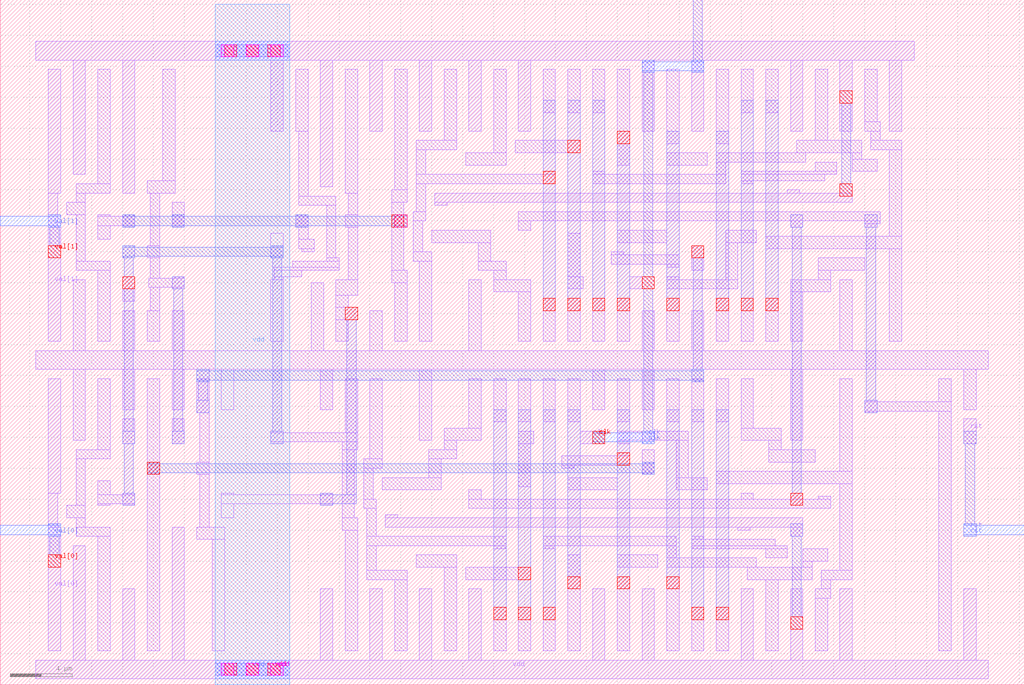
<source format=lef>
VERSION 5.7 ;
  NOWIREEXTENSIONATPIN ON ;
  DIVIDERCHAR "/" ;
  BUSBITCHARS "[]" ;
MACRO counter
  CLASS BLOCK ;
  FOREIGN counter ;
  ORIGIN 1.900 0.000 ;
  SIZE 66.200 BY 44.300 ;
  PIN vdd
    USE POWER ;
    PORT
      LAYER metal1 ;
        RECT 0.400 40.400 57.200 41.600 ;
        RECT 2.800 33.000 3.600 40.400 ;
        RECT 6.000 31.800 6.800 40.400 ;
        RECT 15.600 35.800 16.400 40.400 ;
        RECT 18.800 32.200 19.600 40.400 ;
        RECT 22.000 35.800 22.800 40.400 ;
        RECT 25.200 35.800 26.000 40.400 ;
        RECT 28.400 35.800 29.200 40.400 ;
        RECT 31.600 35.800 32.400 40.400 ;
        RECT 39.600 35.800 40.400 40.400 ;
        RECT 42.800 35.800 43.600 40.400 ;
        RECT 49.200 35.800 50.000 40.400 ;
        RECT 52.400 35.800 53.200 40.400 ;
        RECT 55.600 35.800 56.400 40.400 ;
        RECT 49.000 31.800 49.800 32.000 ;
        RECT 52.400 31.800 53.200 32.400 ;
        RECT 26.200 31.200 53.200 31.800 ;
        RECT 26.200 31.000 27.000 31.200 ;
        RECT 23.000 10.800 23.800 11.000 ;
        RECT 23.000 10.200 50.000 10.800 ;
        RECT 2.800 1.600 3.600 9.000 ;
        RECT 6.000 1.600 6.800 6.200 ;
        RECT 9.200 1.600 10.000 10.200 ;
        RECT 45.800 10.000 46.600 10.200 ;
        RECT 49.200 9.600 50.000 10.200 ;
        RECT 18.800 1.600 19.600 6.200 ;
        RECT 22.000 1.600 22.800 6.200 ;
        RECT 25.200 1.600 26.000 6.200 ;
        RECT 28.400 1.600 29.200 6.200 ;
        RECT 36.400 1.600 37.200 6.200 ;
        RECT 39.600 1.600 40.400 6.200 ;
        RECT 46.000 1.600 46.800 6.200 ;
        RECT 49.200 1.600 50.000 6.200 ;
        RECT 52.400 1.600 53.200 6.200 ;
        RECT 60.400 1.600 61.200 6.200 ;
        RECT 0.400 0.400 62.000 1.600 ;
      LAYER via1 ;
        RECT 12.600 40.600 13.400 41.400 ;
        RECT 14.000 40.600 14.800 41.400 ;
        RECT 15.400 40.600 16.200 41.400 ;
        RECT 52.400 37.600 53.200 38.400 ;
        RECT 52.400 31.600 53.200 32.400 ;
        RECT 49.200 3.600 50.000 4.400 ;
        RECT 12.600 0.600 13.400 1.400 ;
        RECT 14.000 0.600 14.800 1.400 ;
        RECT 15.400 0.600 16.200 1.400 ;
      LAYER metal2 ;
        RECT 12.000 40.600 16.800 41.400 ;
        RECT 52.400 37.600 53.200 38.400 ;
        RECT 52.500 32.400 53.100 37.600 ;
        RECT 52.400 31.600 53.200 32.400 ;
        RECT 49.200 9.600 50.000 10.400 ;
        RECT 49.300 4.400 49.900 9.600 ;
        RECT 49.200 3.600 50.000 4.400 ;
        RECT 12.000 0.600 16.800 1.400 ;
      LAYER via2 ;
        RECT 12.600 40.600 13.400 41.400 ;
        RECT 14.000 40.600 14.800 41.400 ;
        RECT 15.400 40.600 16.200 41.400 ;
        RECT 12.600 0.600 13.400 1.400 ;
        RECT 14.000 0.600 14.800 1.400 ;
        RECT 15.400 0.600 16.200 1.400 ;
      LAYER metal3 ;
        RECT 12.000 40.400 16.800 41.600 ;
        RECT 12.000 0.400 16.800 1.600 ;
      LAYER via3 ;
        RECT 12.400 40.600 13.200 41.400 ;
        RECT 14.000 40.600 14.800 41.400 ;
        RECT 15.600 40.600 16.400 41.400 ;
        RECT 12.400 0.600 13.200 1.400 ;
        RECT 14.000 0.600 14.800 1.400 ;
        RECT 15.600 0.600 16.400 1.400 ;
      LAYER metal4 ;
        RECT 12.000 0.000 16.800 44.000 ;
    END
  END vdd
  PIN clk
    PORT
      LAYER metal1 ;
        RECT 38.800 25.600 40.400 26.400 ;
        RECT 35.600 15.600 37.200 16.400 ;
      LAYER via1 ;
        RECT 39.600 25.600 40.400 26.400 ;
        RECT 36.400 15.600 37.200 16.400 ;
      LAYER metal2 ;
        RECT 42.900 40.400 43.500 44.300 ;
        RECT 39.600 39.600 40.400 40.400 ;
        RECT 42.800 39.600 43.600 40.400 ;
        RECT 39.700 26.400 40.300 39.600 ;
        RECT 39.600 25.600 40.400 26.400 ;
        RECT 39.700 16.400 40.300 25.600 ;
        RECT 36.400 15.600 37.200 16.400 ;
        RECT 39.600 15.600 40.400 16.400 ;
      LAYER metal3 ;
        RECT 39.600 40.300 40.400 40.400 ;
        RECT 42.800 40.300 43.600 40.400 ;
        RECT 39.600 39.700 43.600 40.300 ;
        RECT 39.600 39.600 40.400 39.700 ;
        RECT 42.800 39.600 43.600 39.700 ;
        RECT 36.400 16.300 37.200 16.400 ;
        RECT 39.600 16.300 40.400 16.400 ;
        RECT 36.400 15.700 40.400 16.300 ;
        RECT 36.400 15.600 37.200 15.700 ;
        RECT 39.600 15.600 40.400 15.700 ;
    END
  END clk
  PIN rst
    PORT
      LAYER metal1 ;
        RECT 60.400 15.600 61.200 17.200 ;
      LAYER metal2 ;
        RECT 60.400 15.600 61.200 16.400 ;
        RECT 60.500 10.400 61.100 15.600 ;
        RECT 60.400 9.600 61.200 10.400 ;
      LAYER metal3 ;
        RECT 60.400 10.300 61.200 10.400 ;
        RECT 60.400 9.700 64.300 10.300 ;
        RECT 60.400 9.600 61.200 9.700 ;
    END
  END rst
  PIN val[0]
    PORT
      LAYER metal1 ;
        RECT 1.200 12.400 2.000 19.800 ;
        RECT 1.200 10.200 1.800 12.400 ;
        RECT 1.200 2.200 2.000 10.200 ;
      LAYER via1 ;
        RECT 1.200 7.600 2.000 8.400 ;
      LAYER metal2 ;
        RECT 1.200 9.600 2.000 10.400 ;
        RECT 1.300 8.400 1.900 9.600 ;
        RECT 1.200 7.600 2.000 8.400 ;
      LAYER metal3 ;
        RECT 1.200 10.300 2.000 10.400 ;
        RECT -1.900 9.700 2.000 10.300 ;
        RECT 1.200 9.600 2.000 9.700 ;
    END
  END val[0]
  PIN val[1]
    PORT
      LAYER metal1 ;
        RECT 1.200 31.800 2.000 39.800 ;
        RECT 1.200 29.600 1.800 31.800 ;
        RECT 1.200 22.200 2.000 29.600 ;
      LAYER via1 ;
        RECT 1.200 27.600 2.000 28.400 ;
      LAYER metal2 ;
        RECT 1.200 29.600 2.000 30.400 ;
        RECT 1.300 28.400 1.900 29.600 ;
        RECT 1.200 27.600 2.000 28.400 ;
      LAYER metal3 ;
        RECT 1.200 30.300 2.000 30.400 ;
        RECT -1.900 29.700 2.000 30.300 ;
        RECT 1.200 29.600 2.000 29.700 ;
    END
  END val[1]
  OBS
      LAYER metal1 ;
        RECT 4.400 32.400 5.200 39.800 ;
        RECT 8.600 32.600 9.400 39.800 ;
        RECT 17.200 35.800 18.000 39.800 ;
        RECT 3.000 31.800 5.200 32.400 ;
        RECT 7.600 31.800 9.400 32.600 ;
        RECT 3.000 31.200 3.600 31.800 ;
        RECT 2.400 30.400 3.600 31.200 ;
        RECT 3.000 27.400 3.600 30.400 ;
        RECT 4.400 30.300 5.200 30.400 ;
        RECT 6.000 30.300 6.800 30.400 ;
        RECT 4.400 29.700 6.800 30.300 ;
        RECT 4.400 28.800 5.200 29.700 ;
        RECT 6.000 29.600 6.800 29.700 ;
        RECT 7.800 28.400 8.400 31.800 ;
        RECT 17.400 31.600 18.000 35.800 ;
        RECT 20.400 31.800 21.200 39.800 ;
        RECT 23.600 32.000 24.400 39.800 ;
        RECT 26.800 35.200 27.600 39.800 ;
        RECT 9.200 29.600 10.000 31.200 ;
        RECT 17.400 31.000 19.800 31.600 ;
        RECT 17.200 29.600 18.000 30.400 ;
        RECT 7.600 27.600 8.400 28.400 ;
        RECT 15.600 27.600 16.400 29.200 ;
        RECT 17.400 28.800 18.000 29.600 ;
        RECT 17.400 28.200 18.400 28.800 ;
        RECT 17.600 28.000 18.400 28.200 ;
        RECT 19.200 27.600 19.800 31.000 ;
        RECT 20.600 30.400 21.200 31.800 ;
        RECT 20.400 29.600 21.200 30.400 ;
        RECT 3.000 26.800 5.200 27.400 ;
        RECT 2.800 21.600 3.600 26.200 ;
        RECT 4.400 22.200 5.200 26.800 ;
        RECT 6.000 24.800 6.800 26.400 ;
        RECT 7.800 26.300 8.400 27.600 ;
        RECT 19.200 27.400 20.000 27.600 ;
        RECT 17.000 27.000 20.000 27.400 ;
        RECT 15.800 26.800 20.000 27.000 ;
        RECT 15.800 26.400 17.600 26.800 ;
        RECT 9.200 26.300 10.000 26.400 ;
        RECT 7.700 25.700 10.000 26.300 ;
        RECT 15.800 26.200 16.400 26.400 ;
        RECT 20.600 26.200 21.200 29.600 ;
        RECT 7.800 24.200 8.400 25.700 ;
        RECT 9.200 25.600 10.000 25.700 ;
        RECT 6.000 21.600 6.800 24.200 ;
        RECT 7.600 22.200 8.400 24.200 ;
        RECT 9.200 21.600 10.000 24.200 ;
        RECT 15.600 22.200 16.400 26.200 ;
        RECT 18.200 21.600 19.000 26.000 ;
        RECT 19.800 25.200 21.200 26.200 ;
        RECT 23.400 31.200 24.400 32.000 ;
        RECT 25.000 34.600 27.600 35.200 ;
        RECT 25.000 33.000 25.600 34.600 ;
        RECT 30.000 34.400 30.800 39.800 ;
        RECT 33.200 37.000 34.000 39.800 ;
        RECT 34.800 37.000 35.600 39.800 ;
        RECT 36.400 37.000 37.200 39.800 ;
        RECT 31.400 34.400 35.600 35.200 ;
        RECT 28.200 33.600 30.800 34.400 ;
        RECT 38.000 33.600 38.800 39.800 ;
        RECT 41.200 35.000 42.000 39.800 ;
        RECT 44.400 35.000 45.200 39.800 ;
        RECT 46.000 37.000 46.800 39.800 ;
        RECT 47.600 37.000 48.400 39.800 ;
        RECT 50.800 35.200 51.600 39.800 ;
        RECT 54.000 36.400 54.800 39.800 ;
        RECT 54.000 35.800 55.000 36.400 ;
        RECT 54.400 35.200 55.000 35.800 ;
        RECT 49.600 34.400 53.800 35.200 ;
        RECT 54.400 34.600 56.400 35.200 ;
        RECT 41.200 33.600 43.800 34.400 ;
        RECT 44.400 33.800 50.200 34.400 ;
        RECT 53.200 34.000 53.800 34.400 ;
        RECT 33.200 33.000 34.000 33.200 ;
        RECT 25.000 32.400 34.000 33.000 ;
        RECT 36.400 33.000 37.200 33.200 ;
        RECT 44.400 33.000 45.000 33.800 ;
        RECT 50.800 33.200 52.200 33.800 ;
        RECT 53.200 33.200 54.800 34.000 ;
        RECT 36.400 32.400 45.000 33.000 ;
        RECT 46.000 33.000 52.200 33.200 ;
        RECT 46.000 32.600 51.400 33.000 ;
        RECT 46.000 32.400 46.800 32.600 ;
        RECT 23.400 26.800 24.200 31.200 ;
        RECT 25.000 30.600 25.600 32.400 ;
        RECT 24.800 30.000 25.600 30.600 ;
        RECT 31.600 30.000 55.000 30.600 ;
        RECT 24.800 28.000 25.400 30.000 ;
        RECT 31.600 29.400 32.400 30.000 ;
        RECT 49.200 29.600 50.000 30.000 ;
        RECT 54.000 29.800 55.000 30.000 ;
        RECT 54.000 29.600 54.800 29.800 ;
        RECT 26.000 28.600 29.800 29.400 ;
        RECT 24.800 27.400 26.000 28.000 ;
        RECT 23.400 26.000 24.400 26.800 ;
        RECT 19.800 24.400 20.600 25.200 ;
        RECT 19.800 23.600 21.200 24.400 ;
        RECT 19.800 22.200 20.600 23.600 ;
        RECT 22.000 21.600 22.800 24.200 ;
        RECT 23.600 22.200 24.400 26.000 ;
        RECT 25.200 22.200 26.000 27.400 ;
        RECT 29.000 27.400 29.800 28.600 ;
        RECT 29.000 26.800 30.800 27.400 ;
        RECT 30.000 26.200 30.800 26.800 ;
        RECT 34.800 26.400 35.600 29.200 ;
        RECT 38.000 28.600 41.200 29.400 ;
        RECT 45.000 28.600 47.000 29.400 ;
        RECT 55.600 29.000 56.400 34.600 ;
        RECT 37.600 27.800 38.400 28.000 ;
        RECT 37.600 27.200 42.000 27.800 ;
        RECT 41.200 27.000 42.000 27.200 ;
        RECT 42.800 26.800 43.600 28.400 ;
        RECT 28.400 21.600 29.200 26.200 ;
        RECT 30.000 25.400 32.400 26.200 ;
        RECT 34.800 25.600 35.800 26.400 ;
        RECT 41.200 26.200 42.000 26.400 ;
        RECT 45.000 26.200 45.800 28.600 ;
        RECT 47.600 28.200 56.400 29.000 ;
        RECT 51.000 26.800 54.000 27.600 ;
        RECT 51.000 26.200 51.800 26.800 ;
        RECT 41.200 25.600 45.800 26.200 ;
        RECT 31.600 22.200 32.400 25.400 ;
        RECT 49.200 25.400 51.800 26.200 ;
        RECT 33.200 22.200 34.000 25.000 ;
        RECT 34.800 22.200 35.600 25.000 ;
        RECT 36.400 22.200 37.200 25.000 ;
        RECT 38.000 22.200 38.800 25.000 ;
        RECT 39.600 21.600 40.400 24.200 ;
        RECT 41.200 22.200 42.000 25.000 ;
        RECT 42.800 21.600 43.600 24.200 ;
        RECT 44.400 22.200 45.200 25.000 ;
        RECT 46.000 22.200 46.800 25.000 ;
        RECT 47.600 22.200 48.400 25.000 ;
        RECT 49.200 22.200 50.000 25.400 ;
        RECT 52.400 21.600 53.200 26.200 ;
        RECT 55.600 22.200 56.400 28.200 ;
        RECT 0.400 20.400 62.000 21.600 ;
        RECT 2.800 15.800 3.600 20.400 ;
        RECT 4.400 15.200 5.200 19.800 ;
        RECT 6.000 17.800 6.800 20.400 ;
        RECT 6.000 15.600 6.800 17.200 ;
        RECT 3.000 14.600 5.200 15.200 ;
        RECT 3.000 11.600 3.600 14.600 ;
        RECT 4.400 12.300 5.200 13.200 ;
        RECT 6.000 12.300 6.800 12.400 ;
        RECT 4.400 11.700 6.800 12.300 ;
        RECT 4.400 11.600 5.200 11.700 ;
        RECT 6.000 11.600 6.800 11.700 ;
        RECT 2.400 10.800 3.600 11.600 ;
        RECT 3.000 10.200 3.600 10.800 ;
        RECT 3.000 9.600 5.200 10.200 ;
        RECT 4.400 2.200 5.200 9.600 ;
        RECT 7.600 2.200 8.400 19.800 ;
        RECT 9.200 17.800 10.000 20.400 ;
        RECT 10.800 17.600 11.600 19.800 ;
        RECT 12.400 17.800 13.200 20.400 ;
        RECT 18.800 17.800 19.600 20.400 ;
        RECT 9.200 15.600 10.000 17.200 ;
        RECT 11.000 14.400 11.600 17.600 ;
        RECT 15.600 16.300 16.400 16.400 ;
        RECT 20.400 16.300 21.200 19.800 ;
        RECT 15.600 15.700 21.200 16.300 ;
        RECT 15.600 15.600 16.400 15.700 ;
        RECT 10.800 13.600 11.600 14.400 ;
        RECT 11.000 10.200 11.600 13.600 ;
        RECT 20.200 15.200 21.200 15.700 ;
        RECT 12.400 12.300 13.200 12.400 ;
        RECT 18.800 12.300 19.600 12.400 ;
        RECT 12.400 11.700 19.600 12.300 ;
        RECT 12.400 10.800 13.200 11.700 ;
        RECT 18.800 11.600 19.600 11.700 ;
        RECT 20.200 10.800 21.000 15.200 ;
        RECT 22.000 14.600 22.800 19.800 ;
        RECT 25.200 15.800 26.000 20.400 ;
        RECT 28.400 16.600 29.200 19.800 ;
        RECT 30.000 17.000 30.800 19.800 ;
        RECT 31.600 17.000 32.400 19.800 ;
        RECT 33.200 17.000 34.000 19.800 ;
        RECT 34.800 17.000 35.600 19.800 ;
        RECT 36.400 17.800 37.200 20.400 ;
        RECT 38.000 17.000 38.800 19.800 ;
        RECT 39.600 17.800 40.400 20.400 ;
        RECT 41.200 17.000 42.000 19.800 ;
        RECT 42.800 17.000 43.600 19.800 ;
        RECT 44.400 17.000 45.200 19.800 ;
        RECT 26.800 15.800 29.200 16.600 ;
        RECT 46.000 16.600 46.800 19.800 ;
        RECT 26.800 15.200 27.600 15.800 ;
        RECT 21.600 14.000 22.800 14.600 ;
        RECT 25.800 14.600 27.600 15.200 ;
        RECT 31.600 15.600 32.600 16.400 ;
        RECT 38.000 15.800 42.600 16.400 ;
        RECT 46.000 15.800 48.600 16.600 ;
        RECT 49.200 15.800 50.000 20.400 ;
        RECT 38.000 15.600 38.800 15.800 ;
        RECT 21.600 12.000 22.200 14.000 ;
        RECT 25.800 13.400 26.600 14.600 ;
        RECT 22.800 12.600 26.600 13.400 ;
        RECT 31.600 12.800 32.400 15.600 ;
        RECT 38.000 14.800 38.800 15.000 ;
        RECT 34.400 14.200 38.800 14.800 ;
        RECT 34.400 14.000 35.200 14.200 ;
        RECT 39.600 13.600 40.400 15.200 ;
        RECT 41.800 13.400 42.600 15.800 ;
        RECT 47.800 15.200 48.600 15.800 ;
        RECT 47.800 14.400 50.800 15.200 ;
        RECT 52.400 13.800 53.200 19.800 ;
        RECT 54.000 18.300 54.800 18.400 ;
        RECT 58.800 18.300 59.600 19.800 ;
        RECT 54.000 17.700 59.600 18.300 ;
        RECT 60.400 17.800 61.200 20.400 ;
        RECT 54.000 17.600 54.800 17.700 ;
        RECT 34.800 12.600 38.000 13.400 ;
        RECT 41.800 12.600 43.800 13.400 ;
        RECT 44.400 13.000 53.200 13.800 ;
        RECT 28.400 12.000 29.200 12.600 ;
        RECT 46.000 12.000 46.800 12.400 ;
        RECT 49.200 12.000 50.000 12.400 ;
        RECT 51.000 12.000 51.800 12.200 ;
        RECT 21.600 11.400 22.400 12.000 ;
        RECT 28.400 11.400 51.800 12.000 ;
        RECT 10.800 9.400 12.600 10.200 ;
        RECT 20.200 10.000 21.200 10.800 ;
        RECT 11.800 2.200 12.600 9.400 ;
        RECT 20.400 2.200 21.200 10.000 ;
        RECT 21.800 9.600 22.400 11.400 ;
        RECT 21.800 9.000 30.800 9.600 ;
        RECT 21.800 7.400 22.400 9.000 ;
        RECT 30.000 8.800 30.800 9.000 ;
        RECT 33.200 9.000 41.800 9.600 ;
        RECT 33.200 8.800 34.000 9.000 ;
        RECT 25.000 7.600 27.600 8.400 ;
        RECT 21.800 6.800 24.400 7.400 ;
        RECT 23.600 2.200 24.400 6.800 ;
        RECT 26.800 2.200 27.600 7.600 ;
        RECT 28.200 6.800 32.400 7.600 ;
        RECT 30.000 2.200 30.800 5.000 ;
        RECT 31.600 2.200 32.400 5.000 ;
        RECT 33.200 2.200 34.000 5.000 ;
        RECT 34.800 2.200 35.600 8.400 ;
        RECT 38.000 7.600 40.600 8.400 ;
        RECT 41.200 8.200 41.800 9.000 ;
        RECT 42.800 9.400 43.600 9.600 ;
        RECT 42.800 9.000 48.200 9.400 ;
        RECT 42.800 8.800 49.000 9.000 ;
        RECT 47.600 8.200 49.000 8.800 ;
        RECT 41.200 7.600 47.000 8.200 ;
        RECT 50.000 8.000 51.600 8.800 ;
        RECT 50.000 7.600 50.600 8.000 ;
        RECT 38.000 2.200 38.800 7.000 ;
        RECT 41.200 2.200 42.000 7.000 ;
        RECT 46.400 6.800 50.600 7.600 ;
        RECT 52.400 7.400 53.200 13.000 ;
        RECT 51.200 6.800 53.200 7.400 ;
        RECT 42.800 2.200 43.600 5.000 ;
        RECT 44.400 2.200 45.200 5.000 ;
        RECT 47.600 2.200 48.400 6.800 ;
        RECT 51.200 6.200 51.800 6.800 ;
        RECT 50.800 5.600 51.800 6.200 ;
        RECT 50.800 2.200 51.600 5.600 ;
        RECT 58.800 2.200 59.600 17.700 ;
      LAYER via1 ;
        RECT 6.000 25.600 6.800 26.400 ;
        RECT 34.800 34.400 35.600 35.200 ;
        RECT 38.000 35.000 38.800 35.800 ;
        RECT 33.200 32.400 34.000 33.200 ;
        RECT 23.400 29.600 24.200 30.400 ;
        RECT 20.400 23.600 21.200 24.400 ;
        RECT 42.800 27.600 43.600 28.400 ;
        RECT 33.200 24.200 34.000 25.000 ;
        RECT 34.800 24.200 35.600 25.000 ;
        RECT 36.400 24.200 37.200 25.000 ;
        RECT 38.000 24.200 38.800 25.000 ;
        RECT 41.200 24.200 42.000 25.000 ;
        RECT 44.400 24.200 45.200 25.000 ;
        RECT 46.000 24.200 46.800 25.000 ;
        RECT 47.600 24.200 48.400 25.000 ;
        RECT 7.600 13.600 8.400 14.400 ;
        RECT 38.000 14.200 38.800 15.000 ;
        RECT 49.200 11.600 50.000 12.400 ;
        RECT 31.600 6.800 32.400 7.600 ;
        RECT 34.800 6.200 35.600 7.000 ;
        RECT 30.000 4.200 30.800 5.000 ;
        RECT 31.600 4.200 32.400 5.000 ;
        RECT 33.200 4.200 34.000 5.000 ;
        RECT 38.000 6.200 38.800 7.000 ;
        RECT 41.200 6.200 42.000 7.000 ;
        RECT 42.800 4.200 43.600 5.000 ;
        RECT 44.400 4.200 45.200 5.000 ;
      LAYER metal2 ;
        RECT 6.000 29.600 6.800 30.400 ;
        RECT 9.200 29.600 10.000 30.400 ;
        RECT 17.200 29.600 18.000 30.400 ;
        RECT 23.400 29.600 24.400 30.400 ;
        RECT 6.000 27.600 6.800 28.400 ;
        RECT 15.600 27.600 16.400 28.400 ;
        RECT 6.100 26.400 6.700 27.600 ;
        RECT 6.000 25.600 6.800 26.400 ;
        RECT 9.200 25.600 10.000 26.400 ;
        RECT 6.100 16.400 6.700 25.600 ;
        RECT 9.300 16.400 9.900 25.600 ;
        RECT 10.800 19.600 11.600 20.400 ;
        RECT 10.900 18.400 11.500 19.600 ;
        RECT 10.800 17.600 11.600 18.400 ;
        RECT 15.700 16.400 16.300 27.600 ;
        RECT 20.400 23.600 21.200 24.400 ;
        RECT 33.200 24.200 34.000 37.800 ;
        RECT 34.800 24.200 35.600 37.800 ;
        RECT 36.400 24.200 37.200 37.800 ;
        RECT 38.000 24.200 38.800 35.800 ;
        RECT 41.200 24.200 42.000 35.800 ;
        RECT 42.800 27.600 43.600 28.400 ;
        RECT 6.000 15.600 6.800 16.400 ;
        RECT 9.200 15.600 10.000 16.400 ;
        RECT 15.600 15.600 16.400 16.400 ;
        RECT 6.100 12.400 6.700 15.600 ;
        RECT 7.600 13.600 8.400 14.400 ;
        RECT 6.000 11.600 6.800 12.400 ;
        RECT 18.800 12.300 19.600 12.400 ;
        RECT 20.500 12.300 21.100 23.600 ;
        RECT 42.900 20.400 43.500 27.600 ;
        RECT 44.400 24.200 45.200 35.800 ;
        RECT 46.000 24.200 46.800 37.800 ;
        RECT 47.600 24.200 48.400 37.800 ;
        RECT 49.200 29.600 50.000 30.400 ;
        RECT 54.000 29.600 54.800 30.400 ;
        RECT 42.800 19.600 43.600 20.400 ;
        RECT 18.800 11.700 21.100 12.300 ;
        RECT 18.800 11.600 19.600 11.700 ;
        RECT 30.000 4.200 30.800 17.800 ;
        RECT 31.600 4.200 32.400 17.800 ;
        RECT 33.200 4.200 34.000 17.800 ;
        RECT 34.800 6.200 35.600 17.800 ;
        RECT 38.000 6.200 38.800 17.800 ;
        RECT 39.600 13.600 40.400 14.400 ;
        RECT 41.200 6.200 42.000 17.800 ;
        RECT 42.800 4.200 43.600 17.800 ;
        RECT 44.400 4.200 45.200 17.800 ;
        RECT 49.300 12.400 49.900 29.600 ;
        RECT 54.100 18.400 54.700 29.600 ;
        RECT 54.000 17.600 54.800 18.400 ;
        RECT 49.200 11.600 50.000 12.400 ;
      LAYER via2 ;
        RECT 23.600 29.600 24.400 30.400 ;
      LAYER metal3 ;
        RECT 6.000 30.300 6.800 30.400 ;
        RECT 9.200 30.300 10.000 30.400 ;
        RECT 17.200 30.300 18.000 30.400 ;
        RECT 23.600 30.300 24.400 30.400 ;
        RECT 6.000 29.700 24.400 30.300 ;
        RECT 6.000 29.600 6.800 29.700 ;
        RECT 9.200 29.600 10.000 29.700 ;
        RECT 17.200 29.600 18.000 29.700 ;
        RECT 23.600 29.600 24.400 29.700 ;
        RECT 6.000 28.300 6.800 28.400 ;
        RECT 15.600 28.300 16.400 28.400 ;
        RECT 6.000 27.700 16.400 28.300 ;
        RECT 6.000 27.600 6.800 27.700 ;
        RECT 15.600 27.600 16.400 27.700 ;
        RECT 10.800 20.300 11.600 20.400 ;
        RECT 42.800 20.300 43.600 20.400 ;
        RECT 10.800 19.700 43.600 20.300 ;
        RECT 10.800 19.600 11.600 19.700 ;
        RECT 42.800 19.600 43.600 19.700 ;
        RECT 7.600 14.300 8.400 14.400 ;
        RECT 39.600 14.300 40.400 14.400 ;
        RECT 7.600 13.700 40.400 14.300 ;
        RECT 7.600 13.600 8.400 13.700 ;
        RECT 39.600 13.600 40.400 13.700 ;
  END
END counter
END LIBRARY


</source>
